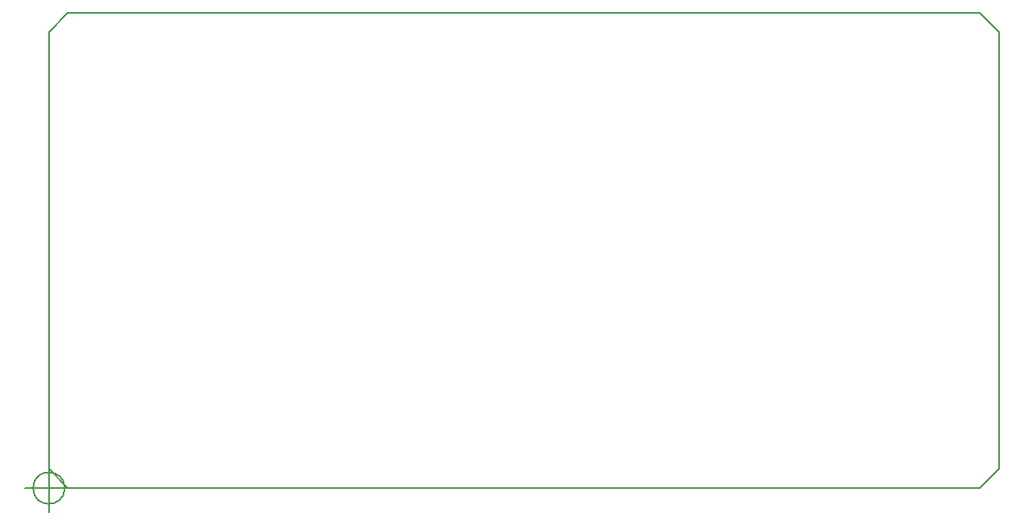
<source format=gbr>
G04 #@! TF.FileFunction,Profile,NP*
%FSLAX46Y46*%
G04 Gerber Fmt 4.6, Leading zero omitted, Abs format (unit mm)*
G04 Created by KiCad (PCBNEW 4.0.2+dfsg1-stable) date vie 25 ago 2017 10:40:44 CEST*
%MOMM*%
G01*
G04 APERTURE LIST*
%ADD10C,0.100000*%
%ADD11C,0.150000*%
G04 APERTURE END LIST*
D10*
D11*
X102166666Y-118000000D02*
G75*
G03X102166666Y-118000000I-1666666J0D01*
G01*
X98000000Y-118000000D02*
X103000000Y-118000000D01*
X100500000Y-115500000D02*
X100500000Y-120500000D01*
X102166666Y-118000000D02*
G75*
G03X102166666Y-118000000I-1666666J0D01*
G01*
X98000000Y-118000000D02*
X103000000Y-118000000D01*
X100500000Y-115500000D02*
X100500000Y-120500000D01*
X198500000Y-118000000D02*
X102500000Y-118000000D01*
X102500000Y-68000000D02*
X198500000Y-68000000D01*
X200500000Y-70000000D02*
X198500000Y-68000000D01*
X200500000Y-116000000D02*
X200500000Y-70000000D01*
X198500000Y-118000000D02*
X200500000Y-116000000D01*
X100500000Y-70000000D02*
X102500000Y-68000000D01*
X100500000Y-116000000D02*
X102500000Y-118000000D01*
X100500000Y-70000000D02*
X100500000Y-116000000D01*
M02*

</source>
